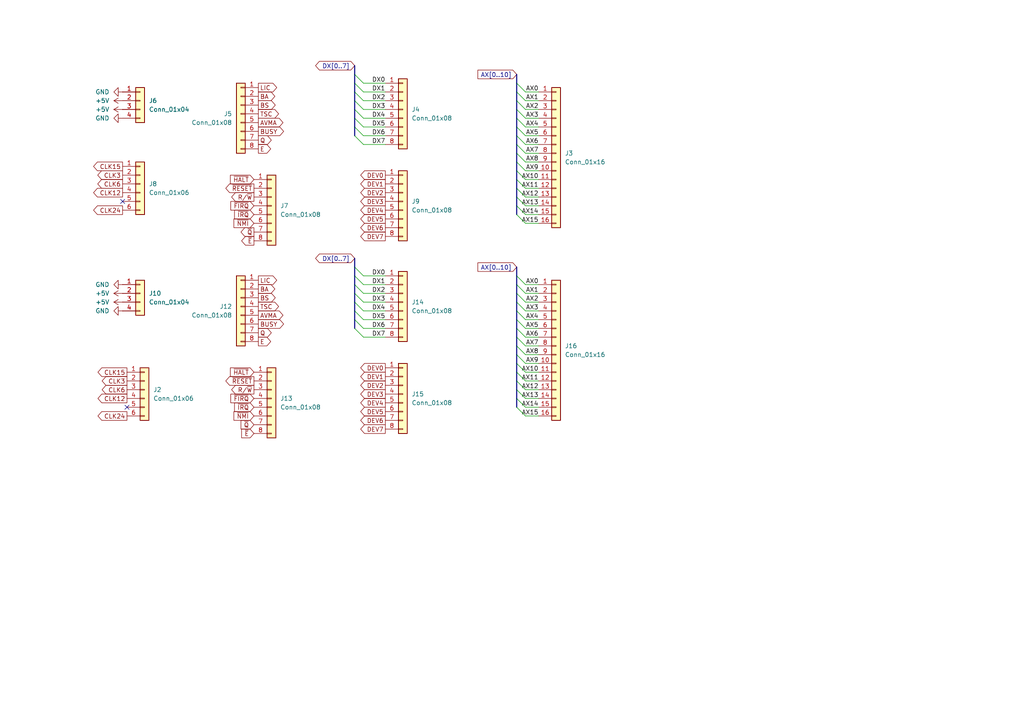
<source format=kicad_sch>
(kicad_sch (version 20250114) (generator "eeschema") (generator_version "9.0")
  (paper "A4")
  (lib_symbols
    (symbol "Connector_Generic:Conn_01x04" (pin_names (offset 1.016) (hide yes))
      (property "Reference" "J" (at 0 5.08 0))
      (property "Value" "Conn_01x04" (at 0 -7.62 0))
      (symbol "Conn_01x04_1_1"
        (rectangle (start -1.27 3.81) (end 1.27 -6.35) (stroke (width 0.254)) (fill (type background)))
        (rectangle (start -1.27 2.667) (end 0 2.413) (stroke (width 0.1524)))
        (rectangle (start -1.27 0.127) (end 0 -0.127) (stroke (width 0.1524)))
        (rectangle (start -1.27 -2.413) (end 0 -2.667) (stroke (width 0.1524)))
        (rectangle (start -1.27 -4.953) (end 0 -5.207) (stroke (width 0.1524)))
        (pin passive line (at -5.08 2.54 0) (length 3.81) (name "Pin_1") (number "1"))
        (pin passive line (at -5.08 0 0) (length 3.81) (name "Pin_2") (number "2"))
        (pin passive line (at -5.08 -2.54 0) (length 3.81) (name "Pin_3") (number "3"))
        (pin passive line (at -5.08 -5.08 0) (length 3.81) (name "Pin_4") (number "4"))
      )
    )
    (symbol "Connector_Generic:Conn_01x06" (pin_names (offset 1.016) (hide yes))
      (property "Reference" "J" (at 0 7.62 0))
      (property "Value" "Conn_01x06" (at 0 -10.16 0))
      (symbol "Conn_01x06_1_1"
        (rectangle (start -1.27 6.35) (end 1.27 -8.89) (stroke (width 0.254)) (fill (type background)))
        (rectangle (start -1.27 5.207) (end 0 4.953) (stroke (width 0.1524)))
        (rectangle (start -1.27 2.667) (end 0 2.413) (stroke (width 0.1524)))
        (rectangle (start -1.27 0.127) (end 0 -0.127) (stroke (width 0.1524)))
        (rectangle (start -1.27 -2.413) (end 0 -2.667) (stroke (width 0.1524)))
        (rectangle (start -1.27 -4.953) (end 0 -5.207) (stroke (width 0.1524)))
        (rectangle (start -1.27 -7.493) (end 0 -7.747) (stroke (width 0.1524)))
        (pin passive line (at -5.08 5.08 0) (length 3.81) (name "Pin_1") (number "1"))
        (pin passive line (at -5.08 2.54 0) (length 3.81) (name "Pin_2") (number "2"))
        (pin passive line (at -5.08 0 0) (length 3.81) (name "Pin_3") (number "3"))
        (pin passive line (at -5.08 -2.54 0) (length 3.81) (name "Pin_4") (number "4"))
        (pin passive line (at -5.08 -5.08 0) (length 3.81) (name "Pin_5") (number "5"))
        (pin passive line (at -5.08 -7.62 0) (length 3.81) (name "Pin_6") (number "6"))
      )
    )
    (symbol "Connector_Generic:Conn_01x08" (pin_names (offset 1.016) (hide yes))
      (property "Reference" "J" (at 0 10.16 0))
      (property "Value" "Conn_01x08" (at 0 -12.7 0))
      (symbol "Conn_01x08_1_1"
        (rectangle (start -1.27 8.89) (end 1.27 -11.43) (stroke (width 0.254)) (fill (type background)))
        (rectangle (start -1.27 7.747) (end 0 7.493) (stroke (width 0.1524)))
        (rectangle (start -1.27 5.207) (end 0 4.953) (stroke (width 0.1524)))
        (rectangle (start -1.27 2.667) (end 0 2.413) (stroke (width 0.1524)))
        (rectangle (start -1.27 0.127) (end 0 -0.127) (stroke (width 0.1524)))
        (rectangle (start -1.27 -2.413) (end 0 -2.667) (stroke (width 0.1524)))
        (rectangle (start -1.27 -4.953) (end 0 -5.207) (stroke (width 0.1524)))
        (rectangle (start -1.27 -7.493) (end 0 -7.747) (stroke (width 0.1524)))
        (rectangle (start -1.27 -10.033) (end 0 -10.287) (stroke (width 0.1524)))
        (pin passive line (at -5.08 7.62 0) (length 3.81) (name "Pin_1") (number "1"))
        (pin passive line (at -5.08 5.08 0) (length 3.81) (name "Pin_2") (number "2"))
        (pin passive line (at -5.08 2.54 0) (length 3.81) (name "Pin_3") (number "3"))
        (pin passive line (at -5.08 0 0) (length 3.81) (name "Pin_4") (number "4"))
        (pin passive line (at -5.08 -2.54 0) (length 3.81) (name "Pin_5") (number "5"))
        (pin passive line (at -5.08 -5.08 0) (length 3.81) (name "Pin_6") (number "6"))
        (pin passive line (at -5.08 -7.62 0) (length 3.81) (name "Pin_7") (number "7"))
        (pin passive line (at -5.08 -10.16 0) (length 3.81) (name "Pin_8") (number "8"))
      )
    )
    (symbol "Connector_Generic:Conn_01x16" (pin_names (offset 1.016) (hide yes))
      (property "Reference" "J" (at 0 20.32 0))
      (property "Value" "Conn_01x16" (at 0 -22.86 0))
      (symbol "Conn_01x16_1_1"
        (rectangle (start -1.27 19.05) (end 1.27 -21.59) (stroke (width 0.254)) (fill (type background)))
        (rectangle (start -1.27 17.907) (end 0 17.653) (stroke (width 0.1524)))
        (rectangle (start -1.27 15.367) (end 0 15.113) (stroke (width 0.1524)))
        (rectangle (start -1.27 12.827) (end 0 12.573) (stroke (width 0.1524)))
        (rectangle (start -1.27 10.287) (end 0 10.033) (stroke (width 0.1524)))
        (rectangle (start -1.27 7.747) (end 0 7.493) (stroke (width 0.1524)))
        (rectangle (start -1.27 5.207) (end 0 4.953) (stroke (width 0.1524)))
        (rectangle (start -1.27 2.667) (end 0 2.413) (stroke (width 0.1524)))
        (rectangle (start -1.27 0.127) (end 0 -0.127) (stroke (width 0.1524)))
        (rectangle (start -1.27 -2.413) (end 0 -2.667) (stroke (width 0.1524)))
        (rectangle (start -1.27 -4.953) (end 0 -5.207) (stroke (width 0.1524)))
        (rectangle (start -1.27 -7.493) (end 0 -7.747) (stroke (width 0.1524)))
        (rectangle (start -1.27 -10.033) (end 0 -10.287) (stroke (width 0.1524)))
        (rectangle (start -1.27 -12.573) (end 0 -12.827) (stroke (width 0.1524)))
        (rectangle (start -1.27 -15.113) (end 0 -15.367) (stroke (width 0.1524)))
        (rectangle (start -1.27 -17.653) (end 0 -17.907) (stroke (width 0.1524)))
        (rectangle (start -1.27 -20.193) (end 0 -20.447) (stroke (width 0.1524)))
        (pin passive line (at -5.08 17.78 0) (length 3.81) (name "Pin_1") (number "1"))
        (pin passive line (at -5.08 15.24 0) (length 3.81) (name "Pin_2") (number "2"))
        (pin passive line (at -5.08 12.7 0) (length 3.81) (name "Pin_3") (number "3"))
        (pin passive line (at -5.08 10.16 0) (length 3.81) (name "Pin_4") (number "4"))
        (pin passive line (at -5.08 7.62 0) (length 3.81) (name "Pin_5") (number "5"))
        (pin passive line (at -5.08 5.08 0) (length 3.81) (name "Pin_6") (number "6"))
        (pin passive line (at -5.08 2.54 0) (length 3.81) (name "Pin_7") (number "7"))
        (pin passive line (at -5.08 0 0) (length 3.81) (name "Pin_8") (number "8"))
        (pin passive line (at -5.08 -2.54 0) (length 3.81) (name "Pin_9") (number "9"))
        (pin passive line (at -5.08 -5.08 0) (length 3.81) (name "Pin_10") (number "10"))
        (pin passive line (at -5.08 -7.62 0) (length 3.81) (name "Pin_11") (number "11"))
        (pin passive line (at -5.08 -10.16 0) (length 3.81) (name "Pin_12") (number "12"))
        (pin passive line (at -5.08 -12.7 0) (length 3.81) (name "Pin_13") (number "13"))
        (pin passive line (at -5.08 -15.24 0) (length 3.81) (name "Pin_14") (number "14"))
        (pin passive line (at -5.08 -17.78 0) (length 3.81) (name "Pin_15") (number "15"))
        (pin passive line (at -5.08 -20.32 0) (length 3.81) (name "Pin_16") (number "16"))
      )
    )
    (symbol "power:+5V" (power) (pin_numbers (hide yes)) (pin_names (offset 0) (hide yes))
      (property "Value" "+5V" (at 0 3.556 0))
      (symbol "+5V_0_1"
        (polyline (pts (xy -0.762 1.27) (xy 0 2.54)))
        (polyline (pts (xy 0 2.54) (xy 0.762 1.27)))
        (polyline (pts (xy 0 0) (xy 0 2.54)))
      )
      (symbol "+5V_1_1"
        (pin power_in line (at 0 0 90) (length 0) (name "~") (number "1"))
      )
    )
    (symbol "power:GND" (power) (pin_numbers (hide yes)) (pin_names (offset 0) (hide yes))
      (property "Value" "GND" (at 0 -3.81 0))
      (symbol "GND_0_1"
        (polyline (pts (xy 0 0) (xy 0 -1.27) (xy 1.27 -1.27) (xy 0 -2.54) (xy -1.27 -1.27) (xy 0 -1.27)))
      )
      (symbol "GND_1_1"
        (pin power_in line (at 0 0 270) (length 0) (name "~") (number "1"))
      )
    )
  )
  (no_connect (at 35.56 58.42))
  (no_connect (at 36.83 118.11))
  (bus_entry (at 102.87 21.59) (size 2.54 2.54))
  (bus_entry (at 149.86 59.69) (size 2.54 2.54))
  (bus_entry (at 149.86 97.79) (size 2.54 2.54))
  (bus_entry (at 149.86 80.01) (size 2.54 2.54))
  (bus_entry (at 149.86 41.91) (size 2.54 2.54))
  (bus_entry (at 149.86 46.99) (size 2.54 2.54))
  (bus_entry (at 102.87 80.01) (size 2.54 2.54))
  (bus_entry (at 102.87 31.75) (size 2.54 2.54))
  (bus_entry (at 149.86 62.23) (size 2.54 2.54))
  (bus_entry (at 149.86 107.95) (size 2.54 2.54))
  (bus_entry (at 102.87 92.71) (size 2.54 2.54))
  (bus_entry (at 149.86 87.63) (size 2.54 2.54))
  (bus_entry (at 102.87 95.25) (size 2.54 2.54))
  (bus_entry (at 149.86 95.25) (size 2.54 2.54))
  (bus_entry (at 102.87 77.47) (size 2.54 2.54))
  (bus_entry (at 102.87 82.55) (size 2.54 2.54))
  (bus_entry (at 102.87 24.13) (size 2.54 2.54))
  (bus_entry (at 149.86 100.33) (size 2.54 2.54))
  (bus_entry (at 149.86 57.15) (size 2.54 2.54))
  (bus_entry (at 149.86 105.41) (size 2.54 2.54))
  (bus_entry (at 102.87 26.67) (size 2.54 2.54))
  (bus_entry (at 149.86 39.37) (size 2.54 2.54))
  (bus_entry (at 149.86 24.13) (size 2.54 2.54))
  (bus_entry (at 149.86 110.49) (size 2.54 2.54))
  (bus_entry (at 149.86 36.83) (size 2.54 2.54))
  (bus_entry (at 149.86 29.21) (size 2.54 2.54))
  (bus_entry (at 102.87 85.09) (size 2.54 2.54))
  (bus_entry (at 149.86 92.71) (size 2.54 2.54))
  (bus_entry (at 149.86 34.29) (size 2.54 2.54))
  (bus_entry (at 149.86 26.67) (size 2.54 2.54))
  (bus_entry (at 149.86 115.57) (size 2.54 2.54))
  (bus_entry (at 149.86 82.55) (size 2.54 2.54))
  (bus_entry (at 102.87 36.83) (size 2.54 2.54))
  (bus_entry (at 149.86 85.09) (size 2.54 2.54))
  (bus_entry (at 149.86 113.03) (size 2.54 2.54))
  (bus_entry (at 149.86 90.17) (size 2.54 2.54))
  (bus_entry (at 102.87 34.29) (size 2.54 2.54))
  (bus_entry (at 102.87 90.17) (size 2.54 2.54))
  (bus_entry (at 149.86 118.11) (size 2.54 2.54))
  (bus_entry (at 149.86 49.53) (size 2.54 2.54))
  (bus_entry (at 149.86 102.87) (size 2.54 2.54))
  (bus_entry (at 102.87 87.63) (size 2.54 2.54))
  (bus_entry (at 149.86 54.61) (size 2.54 2.54))
  (bus_entry (at 149.86 52.07) (size 2.54 2.54))
  (bus_entry (at 149.86 31.75) (size 2.54 2.54))
  (bus_entry (at 102.87 29.21) (size 2.54 2.54))
  (bus_entry (at 102.87 39.37) (size 2.54 2.54))
  (bus_entry (at 149.86 44.45) (size 2.54 2.54))
  (bus (pts (xy 149.86 77.47) (xy 149.86 80.01)))
  (wire (pts (xy 105.41 24.13) (xy 111.76 24.13)))
  (bus (pts (xy 149.86 54.61) (xy 149.86 57.15)))
  (wire (pts (xy 105.41 31.75) (xy 111.76 31.75)))
  (bus (pts (xy 102.87 19.05) (xy 102.87 21.59)))
  (bus (pts (xy 149.86 113.03) (xy 149.86 115.57)))
  (wire (pts (xy 105.41 26.67) (xy 111.76 26.67)))
  (wire (pts (xy 105.41 92.71) (xy 111.76 92.71)))
  (bus (pts (xy 149.86 57.15) (xy 149.86 59.69)))
  (wire (pts (xy 105.41 39.37) (xy 111.76 39.37)))
  (wire (pts (xy 152.4 92.71) (xy 156.21 92.71)))
  (bus (pts (xy 149.86 82.55) (xy 149.86 85.09)))
  (wire (pts (xy 156.21 34.29) (xy 152.4 34.29)))
  (bus (pts (xy 102.87 80.01) (xy 102.87 82.55)))
  (wire (pts (xy 105.41 97.79) (xy 111.76 97.79)))
  (wire (pts (xy 152.4 41.91) (xy 156.21 41.91)))
  (bus (pts (xy 149.86 44.45) (xy 149.86 46.99)))
  (bus (pts (xy 102.87 90.17) (xy 102.87 92.71)))
  (wire (pts (xy 156.21 64.77) (xy 152.4 64.77)))
  (bus (pts (xy 102.87 74.93) (xy 102.87 77.47)))
  (bus (pts (xy 149.86 100.33) (xy 149.86 102.87)))
  (wire (pts (xy 152.4 97.79) (xy 156.21 97.79)))
  (wire (pts (xy 105.41 36.83) (xy 111.76 36.83)))
  (bus (pts (xy 102.87 26.67) (xy 102.87 29.21)))
  (wire (pts (xy 152.4 82.55) (xy 156.21 82.55)))
  (bus (pts (xy 149.86 95.25) (xy 149.86 97.79)))
  (bus (pts (xy 149.86 92.71) (xy 149.86 95.25)))
  (wire (pts (xy 156.21 110.49) (xy 152.4 110.49)))
  (bus (pts (xy 102.87 29.21) (xy 102.87 31.75)))
  (bus (pts (xy 102.87 77.47) (xy 102.87 80.01)))
  (bus (pts (xy 102.87 87.63) (xy 102.87 90.17)))
  (bus (pts (xy 149.86 31.75) (xy 149.86 34.29)))
  (wire (pts (xy 152.4 57.15) (xy 156.21 57.15)))
  (bus (pts (xy 149.86 102.87) (xy 149.86 105.41)))
  (bus (pts (xy 102.87 85.09) (xy 102.87 87.63)))
  (bus (pts (xy 149.86 21.59) (xy 149.86 24.13)))
  (wire (pts (xy 152.4 113.03) (xy 156.21 113.03)))
  (wire (pts (xy 156.21 115.57) (xy 152.4 115.57)))
  (wire (pts (xy 156.21 54.61) (xy 152.4 54.61)))
  (bus (pts (xy 149.86 46.99) (xy 149.86 49.53)))
  (bus (pts (xy 149.86 85.09) (xy 149.86 87.63)))
  (wire (pts (xy 156.21 59.69) (xy 152.4 59.69)))
  (bus (pts (xy 102.87 24.13) (xy 102.87 26.67)))
  (wire (pts (xy 156.21 95.25) (xy 152.4 95.25)))
  (bus (pts (xy 149.86 34.29) (xy 149.86 36.83)))
  (bus (pts (xy 149.86 80.01) (xy 149.86 82.55)))
  (bus (pts (xy 149.86 52.07) (xy 149.86 54.61)))
  (bus (pts (xy 149.86 97.79) (xy 149.86 100.33)))
  (wire (pts (xy 105.41 80.01) (xy 111.76 80.01)))
  (wire (pts (xy 152.4 118.11) (xy 156.21 118.11)))
  (bus (pts (xy 149.86 41.91) (xy 149.86 44.45)))
  (bus (pts (xy 149.86 29.21) (xy 149.86 31.75)))
  (wire (pts (xy 152.4 62.23) (xy 156.21 62.23)))
  (bus (pts (xy 149.86 90.17) (xy 149.86 92.71)))
  (wire (pts (xy 156.21 44.45) (xy 152.4 44.45)))
  (wire (pts (xy 152.4 52.07) (xy 156.21 52.07)))
  (wire (pts (xy 152.4 36.83) (xy 156.21 36.83)))
  (wire (pts (xy 152.4 31.75) (xy 156.21 31.75)))
  (wire (pts (xy 105.41 82.55) (xy 111.76 82.55)))
  (wire (pts (xy 152.4 46.99) (xy 156.21 46.99)))
  (wire (pts (xy 105.41 87.63) (xy 111.76 87.63)))
  (bus (pts (xy 102.87 31.75) (xy 102.87 34.29)))
  (wire (pts (xy 152.4 87.63) (xy 156.21 87.63)))
  (wire (pts (xy 152.4 26.67) (xy 156.21 26.67)))
  (bus (pts (xy 149.86 36.83) (xy 149.86 39.37)))
  (wire (pts (xy 156.21 49.53) (xy 152.4 49.53)))
  (bus (pts (xy 149.86 87.63) (xy 149.86 90.17)))
  (wire (pts (xy 105.41 95.25) (xy 111.76 95.25)))
  (bus (pts (xy 149.86 59.69) (xy 149.86 62.23)))
  (bus (pts (xy 102.87 82.55) (xy 102.87 85.09)))
  (wire (pts (xy 152.4 107.95) (xy 156.21 107.95)))
  (bus (pts (xy 149.86 105.41) (xy 149.86 107.95)))
  (wire (pts (xy 105.41 90.17) (xy 111.76 90.17)))
  (wire (pts (xy 156.21 90.17) (xy 152.4 90.17)))
  (bus (pts (xy 102.87 34.29) (xy 102.87 36.83)))
  (wire (pts (xy 156.21 39.37) (xy 152.4 39.37)))
  (bus (pts (xy 149.86 26.67) (xy 149.86 29.21)))
  (wire (pts (xy 105.41 85.09) (xy 111.76 85.09)))
  (bus (pts (xy 149.86 107.95) (xy 149.86 110.49)))
  (wire (pts (xy 156.21 29.21) (xy 152.4 29.21)))
  (wire (pts (xy 156.21 85.09) (xy 152.4 85.09)))
  (wire (pts (xy 105.41 29.21) (xy 111.76 29.21)))
  (wire (pts (xy 105.41 41.91) (xy 111.76 41.91)))
  (bus (pts (xy 102.87 36.83) (xy 102.87 39.37)))
  (bus (pts (xy 149.86 49.53) (xy 149.86 52.07)))
  (bus (pts (xy 149.86 39.37) (xy 149.86 41.91)))
  (wire (pts (xy 152.4 102.87) (xy 156.21 102.87)))
  (wire (pts (xy 156.21 120.65) (xy 152.4 120.65)))
  (bus (pts (xy 149.86 110.49) (xy 149.86 113.03)))
  (bus (pts (xy 149.86 24.13) (xy 149.86 26.67)))
  (wire (pts (xy 156.21 105.41) (xy 152.4 105.41)))
  (bus (pts (xy 102.87 92.71) (xy 102.87 95.25)))
  (bus (pts (xy 102.87 21.59) (xy 102.87 24.13)))
  (wire (pts (xy 156.21 100.33) (xy 152.4 100.33)))
  (bus (pts (xy 149.86 115.57) (xy 149.86 118.11)))
  (wire (pts (xy 105.41 34.29) (xy 111.76 34.29)))
  (label "DX3" (at 111.76 31.75 180))
  (label "DX5" (at 111.76 36.83 180))
  (label "AX3" (at 156.21 90.17 180))
  (label "AX8" (at 156.21 46.99 180))
  (label "AX7" (at 156.21 100.33 180))
  (label "DX6" (at 111.76 39.37 180))
  (label "AX11" (at 156.21 54.61 180))
  (label "AX7" (at 156.21 44.45 180))
  (label "DX2" (at 111.76 85.09 180))
  (label "AX15" (at 156.21 120.65 180))
  (label "AX8" (at 156.21 102.87 180))
  (label "DX2" (at 111.76 29.21 180))
  (label "DX0" (at 111.76 24.13 180))
  (label "AX3" (at 156.21 34.29 180))
  (label "AX4" (at 156.21 36.83 180))
  (label "AX1" (at 156.21 29.21 180))
  (label "AX12" (at 156.21 113.03 180))
  (label "AX14" (at 156.21 118.11 180))
  (label "AX2" (at 156.21 31.75 180))
  (label "DX7" (at 111.76 97.79 180))
  (label "DX4" (at 111.76 90.17 180))
  (label "AX11" (at 156.21 110.49 180))
  (label "AX0" (at 156.21 82.55 180))
  (label "AX5" (at 156.21 95.25 180))
  (label "DX3" (at 111.76 87.63 180))
  (label "AX9" (at 156.21 49.53 180))
  (label "AX6" (at 156.21 41.91 180))
  (label "AX1" (at 156.21 85.09 180))
  (label "AX9" (at 156.21 105.41 180))
  (label "AX14" (at 156.21 62.23 180))
  (label "DX1" (at 111.76 82.55 180))
  (label "DX0" (at 111.76 80.01 180))
  (label "AX12" (at 156.21 57.15 180))
  (label "AX10" (at 156.21 52.07 180))
  (label "AX5" (at 156.21 39.37 180))
  (label "DX7" (at 111.76 41.91 180))
  (label "AX10" (at 156.21 107.95 180))
  (label "AX2" (at 156.21 87.63 180))
  (label "AX15" (at 156.21 64.77 180))
  (label "DX6" (at 111.76 95.25 180))
  (label "DX5" (at 111.76 92.71 180))
  (label "DX1" (at 111.76 26.67 180))
  (label "AX4" (at 156.21 92.71 180))
  (label "AX13" (at 156.21 59.69 180))
  (label "AX6" (at 156.21 97.79 180))
  (label "AX0" (at 156.21 26.67 180))
  (label "DX4" (at 111.76 34.29 180))
  (label "AX13" (at 156.21 115.57 180))
  (global_label "CLK24" (shape output) (at 35.56 60.96 180) (property "Intersheetrefs" "${INTERSHEET_REFS}" (effects (hide yes))))
  (global_label "DEV2" (shape output) (at 111.76 55.88 180) (property "Intersheetrefs" "${INTERSHEET_REFS}" (effects (hide yes))))
  (global_label "DEV3" (shape output) (at 111.76 58.42 180) (property "Intersheetrefs" "${INTERSHEET_REFS}" (effects (hide yes))))
  (global_label "AX[0..10]" (shape input) (at 149.86 77.47 180) (property "Intersheetrefs" "${INTERSHEET_REFS}" (effects (hide yes))))
  (global_label "CLK15" (shape output) (at 35.56 48.26 180) (property "Intersheetrefs" "${INTERSHEET_REFS}" (effects (hide yes))))
  (global_label "~{E}" (shape input) (at 73.66 125.73 180) (property "Intersheetrefs" "${INTERSHEET_REFS}" (effects (hide yes))))
  (global_label "~{NMI}" (shape input) (at 73.66 120.65 180) (property "Intersheetrefs" "${INTERSHEET_REFS}" (effects (hide yes))))
  (global_label "AVMA" (shape output) (at 74.93 91.44 0) (property "Intersheetrefs" "${INTERSHEET_REFS}" (effects (hide yes))))
  (global_label "~{IRQ}" (shape input) (at 73.66 62.23 180) (property "Intersheetrefs" "${INTERSHEET_REFS}" (effects (hide yes))))
  (global_label "DEV6" (shape output) (at 111.76 66.04 180) (property "Intersheetrefs" "${INTERSHEET_REFS}" (effects (hide yes))))
  (global_label "CLK3" (shape output) (at 35.56 50.8 180) (property "Intersheetrefs" "${INTERSHEET_REFS}" (effects (hide yes))))
  (global_label "~{Q}" (shape output) (at 73.66 67.31 180) (property "Intersheetrefs" "${INTERSHEET_REFS}" (effects (hide yes))))
  (global_label "BA" (shape output) (at 74.93 83.82 0) (property "Intersheetrefs" "${INTERSHEET_REFS}" (effects (hide yes))))
  (global_label "~{NMI}" (shape input) (at 73.66 64.77 180) (property "Intersheetrefs" "${INTERSHEET_REFS}" (effects (hide yes))))
  (global_label "CLK24" (shape output) (at 36.83 120.65 180) (property "Intersheetrefs" "${INTERSHEET_REFS}" (effects (hide yes))))
  (global_label "~{FIRQ}" (shape input) (at 73.66 115.57 180) (property "Intersheetrefs" "${INTERSHEET_REFS}" (effects (hide yes))))
  (global_label "~{Q}" (shape input) (at 73.66 123.19 180) (property "Intersheetrefs" "${INTERSHEET_REFS}" (effects (hide yes))))
  (global_label "DEV6" (shape output) (at 111.76 121.92 180) (property "Intersheetrefs" "${INTERSHEET_REFS}" (effects (hide yes))))
  (global_label "BUSY" (shape output) (at 74.93 93.98 0) (property "Intersheetrefs" "${INTERSHEET_REFS}" (effects (hide yes))))
  (global_label "BS" (shape output) (at 74.93 86.36 0) (property "Intersheetrefs" "${INTERSHEET_REFS}" (effects (hide yes))))
  (global_label "DEV0" (shape output) (at 111.76 50.8 180) (property "Intersheetrefs" "${INTERSHEET_REFS}" (effects (hide yes))))
  (global_label "DEV7" (shape output) (at 111.76 124.46 180) (property "Intersheetrefs" "${INTERSHEET_REFS}" (effects (hide yes))))
  (global_label "CLK6" (shape output) (at 36.83 113.03 180) (property "Intersheetrefs" "${INTERSHEET_REFS}" (effects (hide yes))))
  (global_label "CLK3" (shape output) (at 36.83 110.49 180) (property "Intersheetrefs" "${INTERSHEET_REFS}" (effects (hide yes))))
  (global_label "CLK15" (shape output) (at 36.83 107.95 180) (property "Intersheetrefs" "${INTERSHEET_REFS}" (effects (hide yes))))
  (global_label "BA" (shape output) (at 74.93 27.94 0) (property "Intersheetrefs" "${INTERSHEET_REFS}" (effects (hide yes))))
  (global_label "Q" (shape output) (at 74.93 40.64 0) (property "Intersheetrefs" "${INTERSHEET_REFS}" (effects (hide yes))))
  (global_label "LIC" (shape output) (at 74.93 81.28 0) (property "Intersheetrefs" "${INTERSHEET_REFS}" (effects (hide yes))))
  (global_label "BUSY" (shape output) (at 74.93 38.1 0) (property "Intersheetrefs" "${INTERSHEET_REFS}" (effects (hide yes))))
  (global_label "~{RESET}" (shape output) (at 73.66 54.61 180) (property "Intersheetrefs" "${INTERSHEET_REFS}" (effects (hide yes))))
  (global_label "~{RESET}" (shape output) (at 73.66 110.49 180) (property "Intersheetrefs" "${INTERSHEET_REFS}" (effects (hide yes))))
  (global_label "DX[0..7]" (shape bidirectional) (at 102.87 74.93 180) (property "Intersheetrefs" "${INTERSHEET_REFS}" (effects (hide yes))))
  (global_label "~{IRQ}" (shape input) (at 73.66 118.11 180) (property "Intersheetrefs" "${INTERSHEET_REFS}" (effects (hide yes))))
  (global_label "DX[0..7]" (shape bidirectional) (at 102.87 19.05 180) (property "Intersheetrefs" "${INTERSHEET_REFS}" (effects (hide yes))))
  (global_label "CLK12" (shape output) (at 35.56 55.88 180) (property "Intersheetrefs" "${INTERSHEET_REFS}" (effects (hide yes))))
  (global_label "DEV1" (shape output) (at 111.76 109.22 180) (property "Intersheetrefs" "${INTERSHEET_REFS}" (effects (hide yes))))
  (global_label "E" (shape output) (at 74.93 99.06 0) (property "Intersheetrefs" "${INTERSHEET_REFS}" (effects (hide yes))))
  (global_label "DEV5" (shape output) (at 111.76 63.5 180) (property "Intersheetrefs" "${INTERSHEET_REFS}" (effects (hide yes))))
  (global_label "DEV0" (shape output) (at 111.76 106.68 180) (property "Intersheetrefs" "${INTERSHEET_REFS}" (effects (hide yes))))
  (global_label "~{HALT}" (shape input) (at 73.66 52.07 180) (property "Intersheetrefs" "${INTERSHEET_REFS}" (effects (hide yes))))
  (global_label "~{E}" (shape output) (at 73.66 69.85 180) (property "Intersheetrefs" "${INTERSHEET_REFS}" (effects (hide yes))))
  (global_label "DEV7" (shape output) (at 111.76 68.58 180) (property "Intersheetrefs" "${INTERSHEET_REFS}" (effects (hide yes))))
  (global_label "DEV3" (shape output) (at 111.76 114.3 180) (property "Intersheetrefs" "${INTERSHEET_REFS}" (effects (hide yes))))
  (global_label "DEV4" (shape output) (at 111.76 116.84 180) (property "Intersheetrefs" "${INTERSHEET_REFS}" (effects (hide yes))))
  (global_label "CLK12" (shape output) (at 36.83 115.57 180) (property "Intersheetrefs" "${INTERSHEET_REFS}" (effects (hide yes))))
  (global_label "DEV1" (shape output) (at 111.76 53.34 180) (property "Intersheetrefs" "${INTERSHEET_REFS}" (effects (hide yes))))
  (global_label "DEV5" (shape output) (at 111.76 119.38 180) (property "Intersheetrefs" "${INTERSHEET_REFS}" (effects (hide yes))))
  (global_label "~{HALT}" (shape input) (at 73.66 107.95 180) (property "Intersheetrefs" "${INTERSHEET_REFS}" (effects (hide yes))))
  (global_label "R{slash}~{W}" (shape output) (at 73.66 57.15 180) (property "Intersheetrefs" "${INTERSHEET_REFS}" (effects (hide yes))))
  (global_label "DEV2" (shape output) (at 111.76 111.76 180) (property "Intersheetrefs" "${INTERSHEET_REFS}" (effects (hide yes))))
  (global_label "Q" (shape output) (at 74.93 96.52 0) (property "Intersheetrefs" "${INTERSHEET_REFS}" (effects (hide yes))))
  (global_label "TSC" (shape output) (at 74.93 88.9 0) (property "Intersheetrefs" "${INTERSHEET_REFS}" (effects (hide yes))))
  (global_label "~{FIRQ}" (shape input) (at 73.66 59.69 180) (property "Intersheetrefs" "${INTERSHEET_REFS}" (effects (hide yes))))
  (global_label "TSC" (shape output) (at 74.93 33.02 0) (property "Intersheetrefs" "${INTERSHEET_REFS}" (effects (hide yes))))
  (global_label "E" (shape output) (at 74.93 43.18 0) (property "Intersheetrefs" "${INTERSHEET_REFS}" (effects (hide yes))))
  (global_label "BS" (shape output) (at 74.93 30.48 0) (property "Intersheetrefs" "${INTERSHEET_REFS}" (effects (hide yes))))
  (global_label "R{slash}~{W}" (shape output) (at 73.66 113.03 180) (property "Intersheetrefs" "${INTERSHEET_REFS}" (effects (hide yes))))
  (global_label "CLK6" (shape output) (at 35.56 53.34 180) (property "Intersheetrefs" "${INTERSHEET_REFS}" (effects (hide yes))))
  (global_label "DEV4" (shape output) (at 111.76 60.96 180) (property "Intersheetrefs" "${INTERSHEET_REFS}" (effects (hide yes))))
  (global_label "AVMA" (shape output) (at 74.93 35.56 0) (property "Intersheetrefs" "${INTERSHEET_REFS}" (effects (hide yes))))
  (global_label "AX[0..10]" (shape input) (at 149.86 21.59 180) (property "Intersheetrefs" "${INTERSHEET_REFS}" (effects (hide yes))))
  (global_label "LIC" (shape output) (at 74.93 25.4 0) (property "Intersheetrefs" "${INTERSHEET_REFS}" (effects (hide yes))))
  (symbol (lib_id "power:GND") (at 35.56 34.29 270) (unit 1)
    (property "Reference" "#PWR063" (effects (hide yes)))
    (property "Value" "GND" (at 31.75 34.2899 90) (effects (justify right)))
    (property "Description" "Power symbol creates a global label with name \"GND\" , ground" (effects (hide yes)))
  )
  (symbol (lib_id "power:GND") (at 35.56 82.55 270) (unit 1)
    (property "Reference" "#PWR064" (effects (hide yes)))
    (property "Value" "GND" (at 31.75 82.5499 90) (effects (justify right)))
    (property "Description" "Power symbol creates a global label with name \"GND\" , ground" (effects (hide yes)))
  )
  (symbol (lib_id "Connector_Generic:Conn_01x06") (at 41.91 113.03 0) (unit 1)
    (property "Reference" "J2" (at 44.45 113.0299 0) (effects (justify left)))
    (property "Value" "Conn_01x06" (at 44.45 115.5699 0) (effects (justify left)))
    (property "Footprint" "Connector_PinHeader_2.54mm:PinHeader_1x06_P2.54mm_Vertical" (effects (hide yes)))
    (property "Description" "Generic connector, single row, 01x06, script generated (kicad-library-utils/schlib/autogen/connector/)" (effects (hide yes)))
  )
  (symbol (lib_id "power:GND") (at 35.56 26.67 270) (unit 1)
    (property "Reference" "#PWR038" (effects (hide yes)))
    (property "Value" "GND" (at 31.75 26.6699 90) (effects (justify right)))
    (property "Description" "Power symbol creates a global label with name \"GND\" , ground" (effects (hide yes)))
  )
  (symbol (lib_id "power:+5V") (at 35.56 85.09 90) (unit 1)
    (property "Reference" "#PWR065" (effects (hide yes)))
    (property "Value" "+5V" (at 31.75 85.0899 90) (effects (justify left)))
    (property "Description" "Power symbol creates a global label with name \"+5V\"" (effects (hide yes)))
  )
  (symbol (lib_id "power:+5V") (at 35.56 87.63 90) (unit 1)
    (property "Reference" "#PWR066" (effects (hide yes)))
    (property "Value" "+5V" (at 31.75 87.6299 90) (effects (justify left)))
    (property "Description" "Power symbol creates a global label with name \"+5V\"" (effects (hide yes)))
  )
  (symbol (lib_id "power:+5V") (at 35.56 29.21 90) (unit 1)
    (property "Reference" "#PWR047" (effects (hide yes)))
    (property "Value" "+5V" (at 31.75 29.2099 90) (effects (justify left)))
    (property "Description" "Power symbol creates a global label with name \"+5V\"" (effects (hide yes)))
  )
  (symbol (lib_id "Connector_Generic:Conn_01x04") (at 40.64 29.21 0) (unit 1)
    (property "Reference" "J6" (at 43.18 29.2099 0) (effects (justify left)))
    (property "Value" "Conn_01x04" (at 43.18 31.7499 0) (effects (justify left)))
    (property "Footprint" "Connector_PinHeader_2.54mm:PinHeader_1x04_P2.54mm_Vertical" (effects (hide yes)))
    (property "Description" "Generic connector, single row, 01x04, script generated (kicad-library-utils/schlib/autogen/connector/)" (effects (hide yes)))
  )
  (symbol (lib_id "power:GND") (at 35.56 90.17 270) (unit 1)
    (property "Reference" "#PWR067" (effects (hide yes)))
    (property "Value" "GND" (at 31.75 90.1699 90) (effects (justify right)))
    (property "Description" "Power symbol creates a global label with name \"GND\" , ground" (effects (hide yes)))
  )
  (symbol (lib_id "Connector_Generic:Conn_01x06") (at 40.64 53.34 0) (unit 1)
    (property "Reference" "J8" (at 43.18 53.3399 0) (effects (justify left)))
    (property "Value" "Conn_01x06" (at 43.18 55.8799 0) (effects (justify left)))
    (property "Footprint" "Connector_PinHeader_2.54mm:PinHeader_1x06_P2.54mm_Vertical" (effects (hide yes)))
    (property "Description" "Generic connector, single row, 01x06, script generated (kicad-library-utils/schlib/autogen/connector/)" (effects (hide yes)))
  )
  (symbol (lib_id "Connector_Generic:Conn_01x08") (at 78.74 59.69 0) (unit 1)
    (property "Reference" "J7" (at 81.28 59.6899 0) (effects (justify left)))
    (property "Value" "Conn_01x08" (at 81.28 62.2299 0) (effects (justify left)))
    (property "Footprint" "Connector_PinHeader_2.54mm:PinHeader_1x08_P2.54mm_Vertical" (effects (hide yes)))
    (property "Description" "Generic connector, single row, 01x08, script generated (kicad-library-utils/schlib/autogen/connector/)" (effects (hide yes)))
  )
  (symbol (lib_id "Connector_Generic:Conn_01x08") (at 116.84 87.63 0) (unit 1)
    (property "Reference" "J14" (at 119.38 87.6299 0) (effects (justify left)))
    (property "Value" "Conn_01x08" (at 119.38 90.1699 0) (effects (justify left)))
    (property "Footprint" "Connector_PinHeader_2.54mm:PinHeader_1x08_P2.54mm_Vertical" (effects (hide yes)))
    (property "Description" "Generic connector, single row, 01x08, script generated (kicad-library-utils/schlib/autogen/connector/)" (effects (hide yes)))
  )
  (symbol (lib_id "Connector_Generic:Conn_01x08") (at 69.85 33.02 0) (mirror y) (unit 1)
    (property "Reference" "J5" (at 67.31 33.0199 0) (effects (justify left)))
    (property "Value" "Conn_01x08" (at 67.31 35.5599 0) (effects (justify left)))
    (property "Footprint" "Connector_PinHeader_2.54mm:PinHeader_1x08_P2.54mm_Vertical" (effects (hide yes)))
    (property "Description" "Generic connector, single row, 01x08, script generated (kicad-library-utils/schlib/autogen/connector/)" (effects (hide yes)))
  )
  (symbol (lib_id "Connector_Generic:Conn_01x08") (at 116.84 31.75 0) (unit 1)
    (property "Reference" "J4" (at 119.38 31.7499 0) (effects (justify left)))
    (property "Value" "Conn_01x08" (at 119.38 34.2899 0) (effects (justify left)))
    (property "Footprint" "Connector_PinHeader_2.54mm:PinHeader_1x08_P2.54mm_Vertical" (effects (hide yes)))
    (property "Description" "Generic connector, single row, 01x08, script generated (kicad-library-utils/schlib/autogen/connector/)" (effects (hide yes)))
  )
  (symbol (lib_id "power:+5V") (at 35.56 31.75 90) (unit 1)
    (property "Reference" "#PWR048" (effects (hide yes)))
    (property "Value" "+5V" (at 31.75 31.7499 90) (effects (justify left)))
    (property "Description" "Power symbol creates a global label with name \"+5V\"" (effects (hide yes)))
  )
  (symbol (lib_id "Connector_Generic:Conn_01x08") (at 78.74 115.57 0) (unit 1)
    (property "Reference" "J13" (at 81.28 115.5699 0) (effects (justify left)))
    (property "Value" "Conn_01x08" (at 81.28 118.1099 0) (effects (justify left)))
    (property "Footprint" "Connector_PinHeader_2.54mm:PinHeader_1x08_P2.54mm_Vertical" (effects (hide yes)))
    (property "Description" "Generic connector, single row, 01x08, script generated (kicad-library-utils/schlib/autogen/connector/)" (effects (hide yes)))
  )
  (symbol (lib_id "Connector_Generic:Conn_01x16") (at 161.29 100.33 0) (unit 1)
    (property "Reference" "J16" (at 163.83 100.3299 0) (effects (justify left)))
    (property "Value" "Conn_01x16" (at 163.83 102.8699 0) (effects (justify left)))
    (property "Footprint" "Connector_PinHeader_2.54mm:PinHeader_1x16_P2.54mm_Vertical" (effects (hide yes)))
    (property "Description" "Generic connector, single row, 01x16, script generated (kicad-library-utils/schlib/autogen/connector/)" (effects (hide yes)))
  )
  (symbol (lib_id "Connector_Generic:Conn_01x04") (at 40.64 85.09 0) (unit 1)
    (property "Reference" "J10" (at 43.18 85.0899 0) (effects (justify left)))
    (property "Value" "Conn_01x04" (at 43.18 87.6299 0) (effects (justify left)))
    (property "Footprint" "Connector_PinHeader_2.54mm:PinHeader_1x04_P2.54mm_Vertical" (effects (hide yes)))
    (property "Description" "Generic connector, single row, 01x04, script generated (kicad-library-utils/schlib/autogen/connector/)" (effects (hide yes)))
  )
  (symbol (lib_id "Connector_Generic:Conn_01x16") (at 161.29 44.45 0) (unit 1)
    (property "Reference" "J3" (at 163.83 44.4499 0) (effects (justify left)))
    (property "Value" "Conn_01x16" (at 163.83 46.9899 0) (effects (justify left)))
    (property "Footprint" "Connector_PinHeader_2.54mm:PinHeader_1x16_P2.54mm_Vertical" (effects (hide yes)))
    (property "Description" "Generic connector, single row, 01x16, script generated (kicad-library-utils/schlib/autogen/connector/)" (effects (hide yes)))
  )
  (symbol (lib_id "Connector_Generic:Conn_01x08") (at 116.84 58.42 0) (unit 1)
    (property "Reference" "J9" (at 119.38 58.4199 0) (effects (justify left)))
    (property "Value" "Conn_01x08" (at 119.38 60.9599 0) (effects (justify left)))
    (property "Footprint" "Connector_PinHeader_2.54mm:PinHeader_1x08_P2.54mm_Vertical" (effects (hide yes)))
    (property "Description" "Generic connector, single row, 01x08, script generated (kicad-library-utils/schlib/autogen/connector/)" (effects (hide yes)))
  )
  (symbol (lib_id "Connector_Generic:Conn_01x08") (at 69.85 88.9 0) (mirror y) (unit 1)
    (property "Reference" "J12" (at 67.31 88.8999 0) (effects (justify left)))
    (property "Value" "Conn_01x08" (at 67.31 91.4399 0) (effects (justify left)))
    (property "Footprint" "Connector_PinHeader_2.54mm:PinHeader_1x08_P2.54mm_Vertical" (effects (hide yes)))
    (property "Description" "Generic connector, single row, 01x08, script generated (kicad-library-utils/schlib/autogen/connector/)" (effects (hide yes)))
  )
  (symbol (lib_id "Connector_Generic:Conn_01x08") (at 116.84 114.3 0) (unit 1)
    (property "Reference" "J15" (at 119.38 114.2999 0) (effects (justify left)))
    (property "Value" "Conn_01x08" (at 119.38 116.8399 0) (effects (justify left)))
    (property "Footprint" "Connector_PinHeader_2.54mm:PinHeader_1x08_P2.54mm_Vertical" (effects (hide yes)))
    (property "Description" "Generic connector, single row, 01x08, script generated (kicad-library-utils/schlib/autogen/connector/)" (effects (hide yes)))
  )
)
</source>
